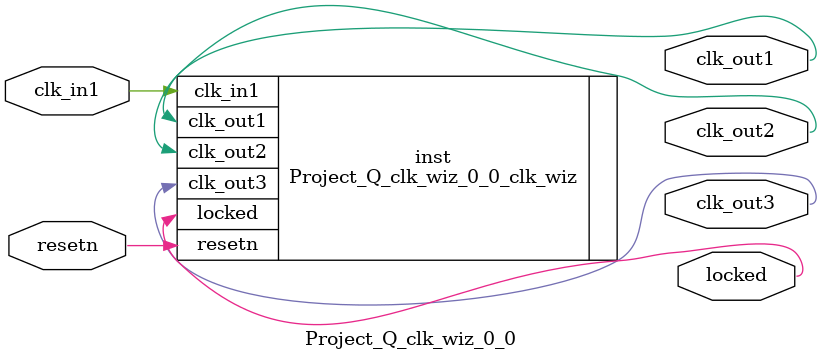
<source format=v>


`timescale 1ps/1ps

(* CORE_GENERATION_INFO = "Project_Q_clk_wiz_0_0,clk_wiz_v6_0_11_0_0,{component_name=Project_Q_clk_wiz_0_0,use_phase_alignment=false,use_min_o_jitter=false,use_max_i_jitter=false,use_dyn_phase_shift=false,use_inclk_switchover=false,use_dyn_reconfig=false,enable_axi=0,feedback_source=FDBK_AUTO,PRIMITIVE=MMCM,num_out_clk=3,clkin1_period=10.000,clkin2_period=10.000,use_power_down=false,use_reset=true,use_locked=true,use_inclk_stopped=false,feedback_type=SINGLE,CLOCK_MGR_TYPE=NA,manual_override=false}" *)

module Project_Q_clk_wiz_0_0 
 (
  // Clock out ports
  output        clk_out1,
  output        clk_out2,
  output        clk_out3,
  // Status and control signals
  input         resetn,
  output        locked,
 // Clock in ports
  input         clk_in1
 );

  Project_Q_clk_wiz_0_0_clk_wiz inst
  (
  // Clock out ports  
  .clk_out1(clk_out1),
  .clk_out2(clk_out2),
  .clk_out3(clk_out3),
  // Status and control signals               
  .resetn(resetn), 
  .locked(locked),
 // Clock in ports
  .clk_in1(clk_in1)
  );

endmodule

</source>
